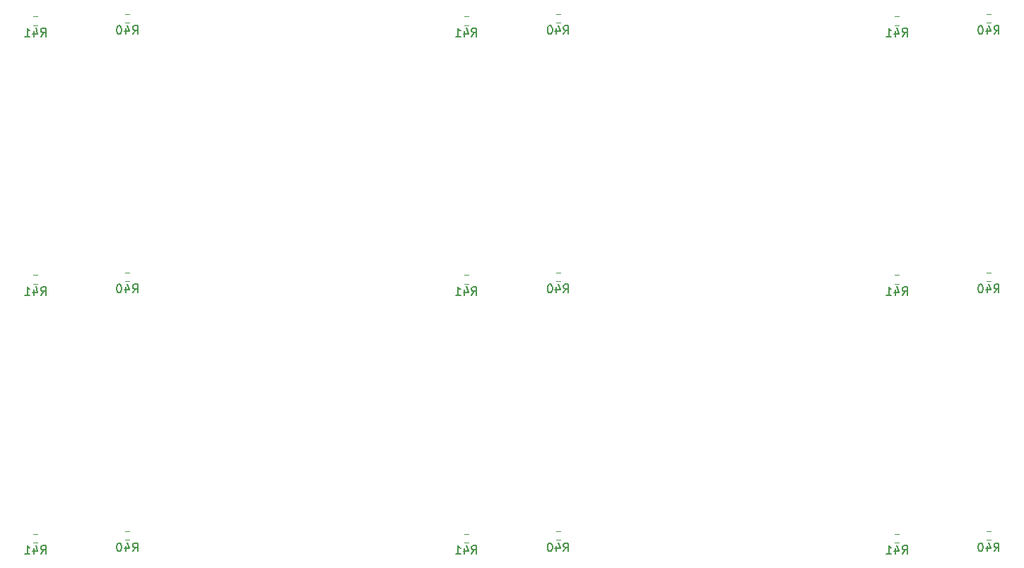
<source format=gbr>
%TF.GenerationSoftware,KiCad,Pcbnew,(5.1.8)-1*%
%TF.CreationDate,2021-02-10T13:28:32-06:00*%
%TF.ProjectId,PanelDrivers,50616e65-6c44-4726-9976-6572732e6b69,rev?*%
%TF.SameCoordinates,Original*%
%TF.FileFunction,Legend,Bot*%
%TF.FilePolarity,Positive*%
%FSLAX46Y46*%
G04 Gerber Fmt 4.6, Leading zero omitted, Abs format (unit mm)*
G04 Created by KiCad (PCBNEW (5.1.8)-1) date 2021-02-10 13:28:32*
%MOMM*%
%LPD*%
G01*
G04 APERTURE LIST*
%ADD10C,0.120000*%
%ADD11C,0.150000*%
G04 APERTURE END LIST*
D10*
%TO.C,R40*%
X193445276Y-132922500D02*
X193954724Y-132922500D01*
X193445276Y-131877500D02*
X193954724Y-131877500D01*
X141845276Y-132922500D02*
X142354724Y-132922500D01*
X141845276Y-131877500D02*
X142354724Y-131877500D01*
X90245276Y-132922500D02*
X90754724Y-132922500D01*
X90245276Y-131877500D02*
X90754724Y-131877500D01*
X193445276Y-101922500D02*
X193954724Y-101922500D01*
X193445276Y-100877500D02*
X193954724Y-100877500D01*
X141845276Y-101922500D02*
X142354724Y-101922500D01*
X141845276Y-100877500D02*
X142354724Y-100877500D01*
X90245276Y-101922500D02*
X90754724Y-101922500D01*
X90245276Y-100877500D02*
X90754724Y-100877500D01*
X193445276Y-70922500D02*
X193954724Y-70922500D01*
X193445276Y-69877500D02*
X193954724Y-69877500D01*
X141845276Y-70922500D02*
X142354724Y-70922500D01*
X141845276Y-69877500D02*
X142354724Y-69877500D01*
%TO.C,R41*%
X182445276Y-132177500D02*
X182954724Y-132177500D01*
X182445276Y-133222500D02*
X182954724Y-133222500D01*
X130845276Y-132177500D02*
X131354724Y-132177500D01*
X130845276Y-133222500D02*
X131354724Y-133222500D01*
X79245276Y-132177500D02*
X79754724Y-132177500D01*
X79245276Y-133222500D02*
X79754724Y-133222500D01*
X182445276Y-101177500D02*
X182954724Y-101177500D01*
X182445276Y-102222500D02*
X182954724Y-102222500D01*
X130845276Y-101177500D02*
X131354724Y-101177500D01*
X130845276Y-102222500D02*
X131354724Y-102222500D01*
X79245276Y-101177500D02*
X79754724Y-101177500D01*
X79245276Y-102222500D02*
X79754724Y-102222500D01*
X182445276Y-70177500D02*
X182954724Y-70177500D01*
X182445276Y-71222500D02*
X182954724Y-71222500D01*
X130845276Y-70177500D02*
X131354724Y-70177500D01*
X130845276Y-71222500D02*
X131354724Y-71222500D01*
%TO.C,R40*%
X90245276Y-69877500D02*
X90754724Y-69877500D01*
X90245276Y-70922500D02*
X90754724Y-70922500D01*
%TO.C,R41*%
X79245276Y-71222500D02*
X79754724Y-71222500D01*
X79245276Y-70177500D02*
X79754724Y-70177500D01*
%TO.C,R40*%
D11*
X194342857Y-134282380D02*
X194676190Y-133806190D01*
X194914285Y-134282380D02*
X194914285Y-133282380D01*
X194533333Y-133282380D01*
X194438095Y-133330000D01*
X194390476Y-133377619D01*
X194342857Y-133472857D01*
X194342857Y-133615714D01*
X194390476Y-133710952D01*
X194438095Y-133758571D01*
X194533333Y-133806190D01*
X194914285Y-133806190D01*
X193485714Y-133615714D02*
X193485714Y-134282380D01*
X193723809Y-133234761D02*
X193961904Y-133949047D01*
X193342857Y-133949047D01*
X192771428Y-133282380D02*
X192676190Y-133282380D01*
X192580952Y-133330000D01*
X192533333Y-133377619D01*
X192485714Y-133472857D01*
X192438095Y-133663333D01*
X192438095Y-133901428D01*
X192485714Y-134091904D01*
X192533333Y-134187142D01*
X192580952Y-134234761D01*
X192676190Y-134282380D01*
X192771428Y-134282380D01*
X192866666Y-134234761D01*
X192914285Y-134187142D01*
X192961904Y-134091904D01*
X193009523Y-133901428D01*
X193009523Y-133663333D01*
X192961904Y-133472857D01*
X192914285Y-133377619D01*
X192866666Y-133330000D01*
X192771428Y-133282380D01*
X142742857Y-134282380D02*
X143076190Y-133806190D01*
X143314285Y-134282380D02*
X143314285Y-133282380D01*
X142933333Y-133282380D01*
X142838095Y-133330000D01*
X142790476Y-133377619D01*
X142742857Y-133472857D01*
X142742857Y-133615714D01*
X142790476Y-133710952D01*
X142838095Y-133758571D01*
X142933333Y-133806190D01*
X143314285Y-133806190D01*
X141885714Y-133615714D02*
X141885714Y-134282380D01*
X142123809Y-133234761D02*
X142361904Y-133949047D01*
X141742857Y-133949047D01*
X141171428Y-133282380D02*
X141076190Y-133282380D01*
X140980952Y-133330000D01*
X140933333Y-133377619D01*
X140885714Y-133472857D01*
X140838095Y-133663333D01*
X140838095Y-133901428D01*
X140885714Y-134091904D01*
X140933333Y-134187142D01*
X140980952Y-134234761D01*
X141076190Y-134282380D01*
X141171428Y-134282380D01*
X141266666Y-134234761D01*
X141314285Y-134187142D01*
X141361904Y-134091904D01*
X141409523Y-133901428D01*
X141409523Y-133663333D01*
X141361904Y-133472857D01*
X141314285Y-133377619D01*
X141266666Y-133330000D01*
X141171428Y-133282380D01*
X91142857Y-134282380D02*
X91476190Y-133806190D01*
X91714285Y-134282380D02*
X91714285Y-133282380D01*
X91333333Y-133282380D01*
X91238095Y-133330000D01*
X91190476Y-133377619D01*
X91142857Y-133472857D01*
X91142857Y-133615714D01*
X91190476Y-133710952D01*
X91238095Y-133758571D01*
X91333333Y-133806190D01*
X91714285Y-133806190D01*
X90285714Y-133615714D02*
X90285714Y-134282380D01*
X90523809Y-133234761D02*
X90761904Y-133949047D01*
X90142857Y-133949047D01*
X89571428Y-133282380D02*
X89476190Y-133282380D01*
X89380952Y-133330000D01*
X89333333Y-133377619D01*
X89285714Y-133472857D01*
X89238095Y-133663333D01*
X89238095Y-133901428D01*
X89285714Y-134091904D01*
X89333333Y-134187142D01*
X89380952Y-134234761D01*
X89476190Y-134282380D01*
X89571428Y-134282380D01*
X89666666Y-134234761D01*
X89714285Y-134187142D01*
X89761904Y-134091904D01*
X89809523Y-133901428D01*
X89809523Y-133663333D01*
X89761904Y-133472857D01*
X89714285Y-133377619D01*
X89666666Y-133330000D01*
X89571428Y-133282380D01*
X194342857Y-103282380D02*
X194676190Y-102806190D01*
X194914285Y-103282380D02*
X194914285Y-102282380D01*
X194533333Y-102282380D01*
X194438095Y-102330000D01*
X194390476Y-102377619D01*
X194342857Y-102472857D01*
X194342857Y-102615714D01*
X194390476Y-102710952D01*
X194438095Y-102758571D01*
X194533333Y-102806190D01*
X194914285Y-102806190D01*
X193485714Y-102615714D02*
X193485714Y-103282380D01*
X193723809Y-102234761D02*
X193961904Y-102949047D01*
X193342857Y-102949047D01*
X192771428Y-102282380D02*
X192676190Y-102282380D01*
X192580952Y-102330000D01*
X192533333Y-102377619D01*
X192485714Y-102472857D01*
X192438095Y-102663333D01*
X192438095Y-102901428D01*
X192485714Y-103091904D01*
X192533333Y-103187142D01*
X192580952Y-103234761D01*
X192676190Y-103282380D01*
X192771428Y-103282380D01*
X192866666Y-103234761D01*
X192914285Y-103187142D01*
X192961904Y-103091904D01*
X193009523Y-102901428D01*
X193009523Y-102663333D01*
X192961904Y-102472857D01*
X192914285Y-102377619D01*
X192866666Y-102330000D01*
X192771428Y-102282380D01*
X142742857Y-103282380D02*
X143076190Y-102806190D01*
X143314285Y-103282380D02*
X143314285Y-102282380D01*
X142933333Y-102282380D01*
X142838095Y-102330000D01*
X142790476Y-102377619D01*
X142742857Y-102472857D01*
X142742857Y-102615714D01*
X142790476Y-102710952D01*
X142838095Y-102758571D01*
X142933333Y-102806190D01*
X143314285Y-102806190D01*
X141885714Y-102615714D02*
X141885714Y-103282380D01*
X142123809Y-102234761D02*
X142361904Y-102949047D01*
X141742857Y-102949047D01*
X141171428Y-102282380D02*
X141076190Y-102282380D01*
X140980952Y-102330000D01*
X140933333Y-102377619D01*
X140885714Y-102472857D01*
X140838095Y-102663333D01*
X140838095Y-102901428D01*
X140885714Y-103091904D01*
X140933333Y-103187142D01*
X140980952Y-103234761D01*
X141076190Y-103282380D01*
X141171428Y-103282380D01*
X141266666Y-103234761D01*
X141314285Y-103187142D01*
X141361904Y-103091904D01*
X141409523Y-102901428D01*
X141409523Y-102663333D01*
X141361904Y-102472857D01*
X141314285Y-102377619D01*
X141266666Y-102330000D01*
X141171428Y-102282380D01*
X91142857Y-103282380D02*
X91476190Y-102806190D01*
X91714285Y-103282380D02*
X91714285Y-102282380D01*
X91333333Y-102282380D01*
X91238095Y-102330000D01*
X91190476Y-102377619D01*
X91142857Y-102472857D01*
X91142857Y-102615714D01*
X91190476Y-102710952D01*
X91238095Y-102758571D01*
X91333333Y-102806190D01*
X91714285Y-102806190D01*
X90285714Y-102615714D02*
X90285714Y-103282380D01*
X90523809Y-102234761D02*
X90761904Y-102949047D01*
X90142857Y-102949047D01*
X89571428Y-102282380D02*
X89476190Y-102282380D01*
X89380952Y-102330000D01*
X89333333Y-102377619D01*
X89285714Y-102472857D01*
X89238095Y-102663333D01*
X89238095Y-102901428D01*
X89285714Y-103091904D01*
X89333333Y-103187142D01*
X89380952Y-103234761D01*
X89476190Y-103282380D01*
X89571428Y-103282380D01*
X89666666Y-103234761D01*
X89714285Y-103187142D01*
X89761904Y-103091904D01*
X89809523Y-102901428D01*
X89809523Y-102663333D01*
X89761904Y-102472857D01*
X89714285Y-102377619D01*
X89666666Y-102330000D01*
X89571428Y-102282380D01*
X194342857Y-72282380D02*
X194676190Y-71806190D01*
X194914285Y-72282380D02*
X194914285Y-71282380D01*
X194533333Y-71282380D01*
X194438095Y-71330000D01*
X194390476Y-71377619D01*
X194342857Y-71472857D01*
X194342857Y-71615714D01*
X194390476Y-71710952D01*
X194438095Y-71758571D01*
X194533333Y-71806190D01*
X194914285Y-71806190D01*
X193485714Y-71615714D02*
X193485714Y-72282380D01*
X193723809Y-71234761D02*
X193961904Y-71949047D01*
X193342857Y-71949047D01*
X192771428Y-71282380D02*
X192676190Y-71282380D01*
X192580952Y-71330000D01*
X192533333Y-71377619D01*
X192485714Y-71472857D01*
X192438095Y-71663333D01*
X192438095Y-71901428D01*
X192485714Y-72091904D01*
X192533333Y-72187142D01*
X192580952Y-72234761D01*
X192676190Y-72282380D01*
X192771428Y-72282380D01*
X192866666Y-72234761D01*
X192914285Y-72187142D01*
X192961904Y-72091904D01*
X193009523Y-71901428D01*
X193009523Y-71663333D01*
X192961904Y-71472857D01*
X192914285Y-71377619D01*
X192866666Y-71330000D01*
X192771428Y-71282380D01*
X142742857Y-72282380D02*
X143076190Y-71806190D01*
X143314285Y-72282380D02*
X143314285Y-71282380D01*
X142933333Y-71282380D01*
X142838095Y-71330000D01*
X142790476Y-71377619D01*
X142742857Y-71472857D01*
X142742857Y-71615714D01*
X142790476Y-71710952D01*
X142838095Y-71758571D01*
X142933333Y-71806190D01*
X143314285Y-71806190D01*
X141885714Y-71615714D02*
X141885714Y-72282380D01*
X142123809Y-71234761D02*
X142361904Y-71949047D01*
X141742857Y-71949047D01*
X141171428Y-71282380D02*
X141076190Y-71282380D01*
X140980952Y-71330000D01*
X140933333Y-71377619D01*
X140885714Y-71472857D01*
X140838095Y-71663333D01*
X140838095Y-71901428D01*
X140885714Y-72091904D01*
X140933333Y-72187142D01*
X140980952Y-72234761D01*
X141076190Y-72282380D01*
X141171428Y-72282380D01*
X141266666Y-72234761D01*
X141314285Y-72187142D01*
X141361904Y-72091904D01*
X141409523Y-71901428D01*
X141409523Y-71663333D01*
X141361904Y-71472857D01*
X141314285Y-71377619D01*
X141266666Y-71330000D01*
X141171428Y-71282380D01*
%TO.C,R41*%
X183342857Y-134582380D02*
X183676190Y-134106190D01*
X183914285Y-134582380D02*
X183914285Y-133582380D01*
X183533333Y-133582380D01*
X183438095Y-133630000D01*
X183390476Y-133677619D01*
X183342857Y-133772857D01*
X183342857Y-133915714D01*
X183390476Y-134010952D01*
X183438095Y-134058571D01*
X183533333Y-134106190D01*
X183914285Y-134106190D01*
X182485714Y-133915714D02*
X182485714Y-134582380D01*
X182723809Y-133534761D02*
X182961904Y-134249047D01*
X182342857Y-134249047D01*
X181438095Y-134582380D02*
X182009523Y-134582380D01*
X181723809Y-134582380D02*
X181723809Y-133582380D01*
X181819047Y-133725238D01*
X181914285Y-133820476D01*
X182009523Y-133868095D01*
X131742857Y-134582380D02*
X132076190Y-134106190D01*
X132314285Y-134582380D02*
X132314285Y-133582380D01*
X131933333Y-133582380D01*
X131838095Y-133630000D01*
X131790476Y-133677619D01*
X131742857Y-133772857D01*
X131742857Y-133915714D01*
X131790476Y-134010952D01*
X131838095Y-134058571D01*
X131933333Y-134106190D01*
X132314285Y-134106190D01*
X130885714Y-133915714D02*
X130885714Y-134582380D01*
X131123809Y-133534761D02*
X131361904Y-134249047D01*
X130742857Y-134249047D01*
X129838095Y-134582380D02*
X130409523Y-134582380D01*
X130123809Y-134582380D02*
X130123809Y-133582380D01*
X130219047Y-133725238D01*
X130314285Y-133820476D01*
X130409523Y-133868095D01*
X80142857Y-134582380D02*
X80476190Y-134106190D01*
X80714285Y-134582380D02*
X80714285Y-133582380D01*
X80333333Y-133582380D01*
X80238095Y-133630000D01*
X80190476Y-133677619D01*
X80142857Y-133772857D01*
X80142857Y-133915714D01*
X80190476Y-134010952D01*
X80238095Y-134058571D01*
X80333333Y-134106190D01*
X80714285Y-134106190D01*
X79285714Y-133915714D02*
X79285714Y-134582380D01*
X79523809Y-133534761D02*
X79761904Y-134249047D01*
X79142857Y-134249047D01*
X78238095Y-134582380D02*
X78809523Y-134582380D01*
X78523809Y-134582380D02*
X78523809Y-133582380D01*
X78619047Y-133725238D01*
X78714285Y-133820476D01*
X78809523Y-133868095D01*
X183342857Y-103582380D02*
X183676190Y-103106190D01*
X183914285Y-103582380D02*
X183914285Y-102582380D01*
X183533333Y-102582380D01*
X183438095Y-102630000D01*
X183390476Y-102677619D01*
X183342857Y-102772857D01*
X183342857Y-102915714D01*
X183390476Y-103010952D01*
X183438095Y-103058571D01*
X183533333Y-103106190D01*
X183914285Y-103106190D01*
X182485714Y-102915714D02*
X182485714Y-103582380D01*
X182723809Y-102534761D02*
X182961904Y-103249047D01*
X182342857Y-103249047D01*
X181438095Y-103582380D02*
X182009523Y-103582380D01*
X181723809Y-103582380D02*
X181723809Y-102582380D01*
X181819047Y-102725238D01*
X181914285Y-102820476D01*
X182009523Y-102868095D01*
X131742857Y-103582380D02*
X132076190Y-103106190D01*
X132314285Y-103582380D02*
X132314285Y-102582380D01*
X131933333Y-102582380D01*
X131838095Y-102630000D01*
X131790476Y-102677619D01*
X131742857Y-102772857D01*
X131742857Y-102915714D01*
X131790476Y-103010952D01*
X131838095Y-103058571D01*
X131933333Y-103106190D01*
X132314285Y-103106190D01*
X130885714Y-102915714D02*
X130885714Y-103582380D01*
X131123809Y-102534761D02*
X131361904Y-103249047D01*
X130742857Y-103249047D01*
X129838095Y-103582380D02*
X130409523Y-103582380D01*
X130123809Y-103582380D02*
X130123809Y-102582380D01*
X130219047Y-102725238D01*
X130314285Y-102820476D01*
X130409523Y-102868095D01*
X80142857Y-103582380D02*
X80476190Y-103106190D01*
X80714285Y-103582380D02*
X80714285Y-102582380D01*
X80333333Y-102582380D01*
X80238095Y-102630000D01*
X80190476Y-102677619D01*
X80142857Y-102772857D01*
X80142857Y-102915714D01*
X80190476Y-103010952D01*
X80238095Y-103058571D01*
X80333333Y-103106190D01*
X80714285Y-103106190D01*
X79285714Y-102915714D02*
X79285714Y-103582380D01*
X79523809Y-102534761D02*
X79761904Y-103249047D01*
X79142857Y-103249047D01*
X78238095Y-103582380D02*
X78809523Y-103582380D01*
X78523809Y-103582380D02*
X78523809Y-102582380D01*
X78619047Y-102725238D01*
X78714285Y-102820476D01*
X78809523Y-102868095D01*
X183342857Y-72582380D02*
X183676190Y-72106190D01*
X183914285Y-72582380D02*
X183914285Y-71582380D01*
X183533333Y-71582380D01*
X183438095Y-71630000D01*
X183390476Y-71677619D01*
X183342857Y-71772857D01*
X183342857Y-71915714D01*
X183390476Y-72010952D01*
X183438095Y-72058571D01*
X183533333Y-72106190D01*
X183914285Y-72106190D01*
X182485714Y-71915714D02*
X182485714Y-72582380D01*
X182723809Y-71534761D02*
X182961904Y-72249047D01*
X182342857Y-72249047D01*
X181438095Y-72582380D02*
X182009523Y-72582380D01*
X181723809Y-72582380D02*
X181723809Y-71582380D01*
X181819047Y-71725238D01*
X181914285Y-71820476D01*
X182009523Y-71868095D01*
X131742857Y-72582380D02*
X132076190Y-72106190D01*
X132314285Y-72582380D02*
X132314285Y-71582380D01*
X131933333Y-71582380D01*
X131838095Y-71630000D01*
X131790476Y-71677619D01*
X131742857Y-71772857D01*
X131742857Y-71915714D01*
X131790476Y-72010952D01*
X131838095Y-72058571D01*
X131933333Y-72106190D01*
X132314285Y-72106190D01*
X130885714Y-71915714D02*
X130885714Y-72582380D01*
X131123809Y-71534761D02*
X131361904Y-72249047D01*
X130742857Y-72249047D01*
X129838095Y-72582380D02*
X130409523Y-72582380D01*
X130123809Y-72582380D02*
X130123809Y-71582380D01*
X130219047Y-71725238D01*
X130314285Y-71820476D01*
X130409523Y-71868095D01*
%TO.C,R40*%
X91142857Y-72282380D02*
X91476190Y-71806190D01*
X91714285Y-72282380D02*
X91714285Y-71282380D01*
X91333333Y-71282380D01*
X91238095Y-71330000D01*
X91190476Y-71377619D01*
X91142857Y-71472857D01*
X91142857Y-71615714D01*
X91190476Y-71710952D01*
X91238095Y-71758571D01*
X91333333Y-71806190D01*
X91714285Y-71806190D01*
X90285714Y-71615714D02*
X90285714Y-72282380D01*
X90523809Y-71234761D02*
X90761904Y-71949047D01*
X90142857Y-71949047D01*
X89571428Y-71282380D02*
X89476190Y-71282380D01*
X89380952Y-71330000D01*
X89333333Y-71377619D01*
X89285714Y-71472857D01*
X89238095Y-71663333D01*
X89238095Y-71901428D01*
X89285714Y-72091904D01*
X89333333Y-72187142D01*
X89380952Y-72234761D01*
X89476190Y-72282380D01*
X89571428Y-72282380D01*
X89666666Y-72234761D01*
X89714285Y-72187142D01*
X89761904Y-72091904D01*
X89809523Y-71901428D01*
X89809523Y-71663333D01*
X89761904Y-71472857D01*
X89714285Y-71377619D01*
X89666666Y-71330000D01*
X89571428Y-71282380D01*
%TO.C,R41*%
X80142857Y-72582380D02*
X80476190Y-72106190D01*
X80714285Y-72582380D02*
X80714285Y-71582380D01*
X80333333Y-71582380D01*
X80238095Y-71630000D01*
X80190476Y-71677619D01*
X80142857Y-71772857D01*
X80142857Y-71915714D01*
X80190476Y-72010952D01*
X80238095Y-72058571D01*
X80333333Y-72106190D01*
X80714285Y-72106190D01*
X79285714Y-71915714D02*
X79285714Y-72582380D01*
X79523809Y-71534761D02*
X79761904Y-72249047D01*
X79142857Y-72249047D01*
X78238095Y-72582380D02*
X78809523Y-72582380D01*
X78523809Y-72582380D02*
X78523809Y-71582380D01*
X78619047Y-71725238D01*
X78714285Y-71820476D01*
X78809523Y-71868095D01*
%TD*%
M02*

</source>
